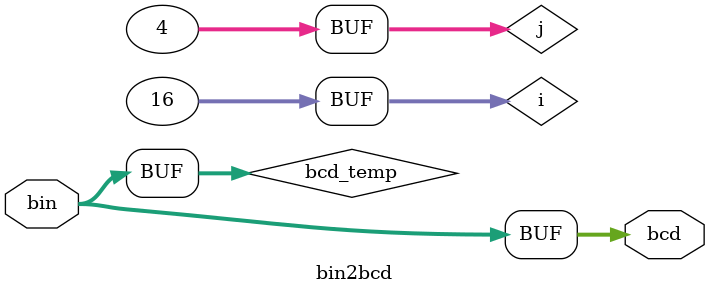
<source format=v>
module bin2bcd #(
  parameter NUMBCDS = 4,
  parameter NUMBIN = 16
) (
  input [NUMBIN-1:0] bin,
  output reg [NUMBCDS*4-1:0] bcd
);

  integer i, j;
  reg [NUMBCDS*4-1:0] bcd_temp;

  always @(bin) begin
    bcd_temp = 0;

    for (i = 0; i < NUMBIN; i = i + 1) begin
      for (j = 0; j < NUMBCDS; j = j + 1) begin
        if (bcd_temp[j*4 +: 4] >= 5)
          bcd_temp[j*4 +: 4] = bcd_temp[j*4 +: 4] + 4'd3;
      end
      
      bcd_temp = {bcd_temp, bin};
    end

    bcd = bcd_temp;
  end

endmodule
</source>
